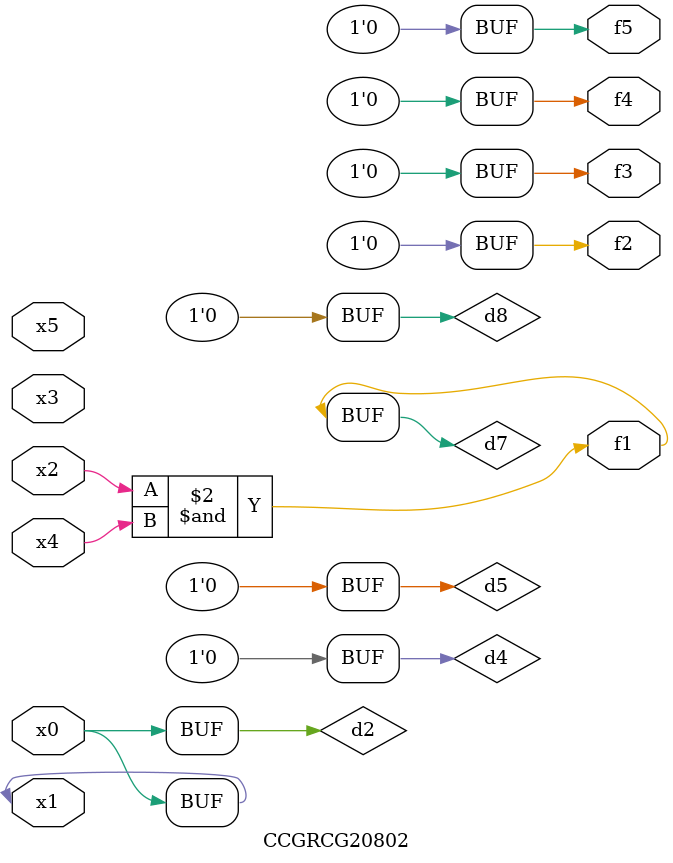
<source format=v>
module CCGRCG20802(
	input x0, x1, x2, x3, x4, x5,
	output f1, f2, f3, f4, f5
);

	wire d1, d2, d3, d4, d5, d6, d7, d8, d9;

	nand (d1, x1);
	buf (d2, x0, x1);
	nand (d3, x2, x4);
	and (d4, d1, d2);
	and (d5, d1, d2);
	nand (d6, d1, d3);
	not (d7, d3);
	xor (d8, d5);
	nor (d9, d5, d6);
	assign f1 = d7;
	assign f2 = d8;
	assign f3 = d8;
	assign f4 = d8;
	assign f5 = d8;
endmodule

</source>
